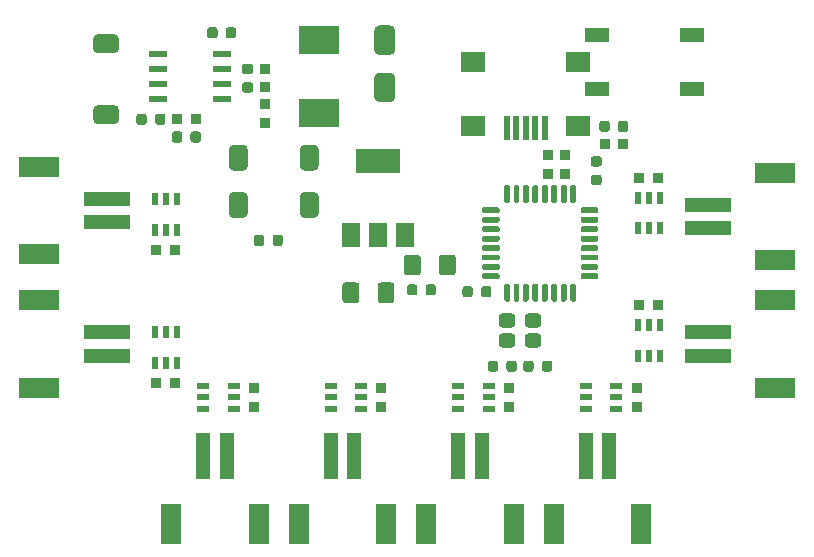
<source format=gbr>
G04 #@! TF.GenerationSoftware,KiCad,Pcbnew,5.1.6-c6e7f7d~87~ubuntu20.04.1*
G04 #@! TF.CreationDate,2020-09-01T15:12:56+02:00*
G04 #@! TF.ProjectId,UVDAR_Board,55564441-525f-4426-9f61-72642e6b6963,rev?*
G04 #@! TF.SameCoordinates,Original*
G04 #@! TF.FileFunction,Paste,Top*
G04 #@! TF.FilePolarity,Positive*
%FSLAX46Y46*%
G04 Gerber Fmt 4.6, Leading zero omitted, Abs format (unit mm)*
G04 Created by KiCad (PCBNEW 5.1.6-c6e7f7d~87~ubuntu20.04.1) date 2020-09-01 15:12:56*
%MOMM*%
%LPD*%
G01*
G04 APERTURE LIST*
%ADD10R,3.400000X2.400000*%
%ADD11R,0.950000X0.875000*%
%ADD12R,0.875000X0.950000*%
%ADD13R,1.550000X0.600000*%
%ADD14R,2.100000X1.200000*%
%ADD15R,2.000000X1.700000*%
%ADD16R,0.500000X2.000000*%
%ADD17R,4.000000X1.200000*%
%ADD18R,3.400000X1.800000*%
%ADD19R,1.200000X4.000000*%
%ADD20R,1.800000X3.400000*%
%ADD21R,0.550000X1.000000*%
%ADD22R,1.000000X0.550000*%
%ADD23R,1.500000X2.000000*%
%ADD24R,3.800000X2.000000*%
G04 APERTURE END LIST*
D10*
X118000000Y-109900000D03*
X118000000Y-103700000D03*
G36*
G01*
X114975000Y-120393750D02*
X114975000Y-120906250D01*
G75*
G02*
X114756250Y-121125000I-218750J0D01*
G01*
X114318750Y-121125000D01*
G75*
G02*
X114100000Y-120906250I0J218750D01*
G01*
X114100000Y-120393750D01*
G75*
G02*
X114318750Y-120175000I218750J0D01*
G01*
X114756250Y-120175000D01*
G75*
G02*
X114975000Y-120393750I0J-218750D01*
G01*
G37*
G36*
G01*
X113400000Y-120393750D02*
X113400000Y-120906250D01*
G75*
G02*
X113181250Y-121125000I-218750J0D01*
G01*
X112743750Y-121125000D01*
G75*
G02*
X112525000Y-120906250I0J218750D01*
G01*
X112525000Y-120393750D01*
G75*
G02*
X112743750Y-120175000I218750J0D01*
G01*
X113181250Y-120175000D01*
G75*
G02*
X113400000Y-120393750I0J-218750D01*
G01*
G37*
G36*
G01*
X108565000Y-103336250D02*
X108565000Y-102823750D01*
G75*
G02*
X108783750Y-102605000I218750J0D01*
G01*
X109221250Y-102605000D01*
G75*
G02*
X109440000Y-102823750I0J-218750D01*
G01*
X109440000Y-103336250D01*
G75*
G02*
X109221250Y-103555000I-218750J0D01*
G01*
X108783750Y-103555000D01*
G75*
G02*
X108565000Y-103336250I0J218750D01*
G01*
G37*
G36*
G01*
X110140000Y-103336250D02*
X110140000Y-102823750D01*
G75*
G02*
X110358750Y-102605000I218750J0D01*
G01*
X110796250Y-102605000D01*
G75*
G02*
X111015000Y-102823750I0J-218750D01*
G01*
X111015000Y-103336250D01*
G75*
G02*
X110796250Y-103555000I-218750J0D01*
G01*
X110358750Y-103555000D01*
G75*
G02*
X110140000Y-103336250I0J218750D01*
G01*
G37*
G36*
G01*
X102575000Y-110656250D02*
X102575000Y-110143750D01*
G75*
G02*
X102793750Y-109925000I218750J0D01*
G01*
X103231250Y-109925000D01*
G75*
G02*
X103450000Y-110143750I0J-218750D01*
G01*
X103450000Y-110656250D01*
G75*
G02*
X103231250Y-110875000I-218750J0D01*
G01*
X102793750Y-110875000D01*
G75*
G02*
X102575000Y-110656250I0J218750D01*
G01*
G37*
G36*
G01*
X104150000Y-110656250D02*
X104150000Y-110143750D01*
G75*
G02*
X104368750Y-109925000I218750J0D01*
G01*
X104806250Y-109925000D01*
G75*
G02*
X105025000Y-110143750I0J-218750D01*
G01*
X105025000Y-110656250D01*
G75*
G02*
X104806250Y-110875000I-218750J0D01*
G01*
X104368750Y-110875000D01*
G75*
G02*
X104150000Y-110656250I0J218750D01*
G01*
G37*
G36*
G01*
X105575000Y-112156250D02*
X105575000Y-111643750D01*
G75*
G02*
X105793750Y-111425000I218750J0D01*
G01*
X106231250Y-111425000D01*
G75*
G02*
X106450000Y-111643750I0J-218750D01*
G01*
X106450000Y-112156250D01*
G75*
G02*
X106231250Y-112375000I-218750J0D01*
G01*
X105793750Y-112375000D01*
G75*
G02*
X105575000Y-112156250I0J218750D01*
G01*
G37*
G36*
G01*
X107150000Y-112156250D02*
X107150000Y-111643750D01*
G75*
G02*
X107368750Y-111425000I218750J0D01*
G01*
X107806250Y-111425000D01*
G75*
G02*
X108025000Y-111643750I0J-218750D01*
G01*
X108025000Y-112156250D01*
G75*
G02*
X107806250Y-112375000I-218750J0D01*
G01*
X107368750Y-112375000D01*
G75*
G02*
X107150000Y-112156250I0J218750D01*
G01*
G37*
G36*
G01*
X112246250Y-108145000D02*
X111733750Y-108145000D01*
G75*
G02*
X111515000Y-107926250I0J218750D01*
G01*
X111515000Y-107488750D01*
G75*
G02*
X111733750Y-107270000I218750J0D01*
G01*
X112246250Y-107270000D01*
G75*
G02*
X112465000Y-107488750I0J-218750D01*
G01*
X112465000Y-107926250D01*
G75*
G02*
X112246250Y-108145000I-218750J0D01*
G01*
G37*
G36*
G01*
X112246250Y-106570000D02*
X111733750Y-106570000D01*
G75*
G02*
X111515000Y-106351250I0J218750D01*
G01*
X111515000Y-105913750D01*
G75*
G02*
X111733750Y-105695000I218750J0D01*
G01*
X112246250Y-105695000D01*
G75*
G02*
X112465000Y-105913750I0J-218750D01*
G01*
X112465000Y-106351250D01*
G75*
G02*
X112246250Y-106570000I-218750J0D01*
G01*
G37*
D11*
X113500000Y-107687500D03*
X113500000Y-106112500D03*
X113500000Y-110687500D03*
X113500000Y-109112500D03*
D12*
X107587500Y-110400000D03*
X106012500Y-110400000D03*
G36*
G01*
X123150000Y-106450000D02*
X124050000Y-106450000D01*
G75*
G02*
X124500000Y-106900000I0J-450000D01*
G01*
X124500000Y-108500000D01*
G75*
G02*
X124050000Y-108950000I-450000J0D01*
G01*
X123150000Y-108950000D01*
G75*
G02*
X122700000Y-108500000I0J450000D01*
G01*
X122700000Y-106900000D01*
G75*
G02*
X123150000Y-106450000I450000J0D01*
G01*
G37*
G36*
G01*
X123150000Y-102450000D02*
X124050000Y-102450000D01*
G75*
G02*
X124500000Y-102900000I0J-450000D01*
G01*
X124500000Y-104500000D01*
G75*
G02*
X124050000Y-104950000I-450000J0D01*
G01*
X123150000Y-104950000D01*
G75*
G02*
X122700000Y-104500000I0J450000D01*
G01*
X122700000Y-102900000D01*
G75*
G02*
X123150000Y-102450000I450000J0D01*
G01*
G37*
G36*
G01*
X112000000Y-116950000D02*
X112000000Y-118350000D01*
G75*
G02*
X111600000Y-118750000I-400000J0D01*
G01*
X110800000Y-118750000D01*
G75*
G02*
X110400000Y-118350000I0J400000D01*
G01*
X110400000Y-116950000D01*
G75*
G02*
X110800000Y-116550000I400000J0D01*
G01*
X111600000Y-116550000D01*
G75*
G02*
X112000000Y-116950000I0J-400000D01*
G01*
G37*
G36*
G01*
X118000000Y-116950000D02*
X118000000Y-118350000D01*
G75*
G02*
X117600000Y-118750000I-400000J0D01*
G01*
X116800000Y-118750000D01*
G75*
G02*
X116400000Y-118350000I0J400000D01*
G01*
X116400000Y-116950000D01*
G75*
G02*
X116800000Y-116550000I400000J0D01*
G01*
X117600000Y-116550000D01*
G75*
G02*
X118000000Y-116950000I0J-400000D01*
G01*
G37*
G36*
G01*
X99300000Y-109200000D02*
X100700000Y-109200000D01*
G75*
G02*
X101100000Y-109600000I0J-400000D01*
G01*
X101100000Y-110400000D01*
G75*
G02*
X100700000Y-110800000I-400000J0D01*
G01*
X99300000Y-110800000D01*
G75*
G02*
X98900000Y-110400000I0J400000D01*
G01*
X98900000Y-109600000D01*
G75*
G02*
X99300000Y-109200000I400000J0D01*
G01*
G37*
G36*
G01*
X99300000Y-103200000D02*
X100700000Y-103200000D01*
G75*
G02*
X101100000Y-103600000I0J-400000D01*
G01*
X101100000Y-104400000D01*
G75*
G02*
X100700000Y-104800000I-400000J0D01*
G01*
X99300000Y-104800000D01*
G75*
G02*
X98900000Y-104400000I0J400000D01*
G01*
X98900000Y-103600000D01*
G75*
G02*
X99300000Y-103200000I400000J0D01*
G01*
G37*
G36*
G01*
X112000000Y-112950000D02*
X112000000Y-114350000D01*
G75*
G02*
X111600000Y-114750000I-400000J0D01*
G01*
X110800000Y-114750000D01*
G75*
G02*
X110400000Y-114350000I0J400000D01*
G01*
X110400000Y-112950000D01*
G75*
G02*
X110800000Y-112550000I400000J0D01*
G01*
X111600000Y-112550000D01*
G75*
G02*
X112000000Y-112950000I0J-400000D01*
G01*
G37*
G36*
G01*
X118000000Y-112950000D02*
X118000000Y-114350000D01*
G75*
G02*
X117600000Y-114750000I-400000J0D01*
G01*
X116800000Y-114750000D01*
G75*
G02*
X116400000Y-114350000I0J400000D01*
G01*
X116400000Y-112950000D01*
G75*
G02*
X116800000Y-112550000I400000J0D01*
G01*
X117600000Y-112550000D01*
G75*
G02*
X118000000Y-112950000I0J-400000D01*
G01*
G37*
D13*
X109780000Y-104865000D03*
X109780000Y-106135000D03*
X109780000Y-107405000D03*
X109780000Y-108675000D03*
X104380000Y-108675000D03*
X104380000Y-107405000D03*
X104380000Y-106135000D03*
X104380000Y-104865000D03*
D11*
X138900000Y-114987500D03*
X138900000Y-113412500D03*
X137400000Y-113412500D03*
X137400000Y-114987500D03*
D12*
X142212500Y-112500000D03*
X143787500Y-112500000D03*
D14*
X141600000Y-103300000D03*
X141600000Y-107800000D03*
X149600000Y-103300000D03*
X149600000Y-107800000D03*
G36*
G01*
X143350000Y-111256250D02*
X143350000Y-110743750D01*
G75*
G02*
X143568750Y-110525000I218750J0D01*
G01*
X144006250Y-110525000D01*
G75*
G02*
X144225000Y-110743750I0J-218750D01*
G01*
X144225000Y-111256250D01*
G75*
G02*
X144006250Y-111475000I-218750J0D01*
G01*
X143568750Y-111475000D01*
G75*
G02*
X143350000Y-111256250I0J218750D01*
G01*
G37*
G36*
G01*
X141775000Y-111256250D02*
X141775000Y-110743750D01*
G75*
G02*
X141993750Y-110525000I218750J0D01*
G01*
X142431250Y-110525000D01*
G75*
G02*
X142650000Y-110743750I0J-218750D01*
G01*
X142650000Y-111256250D01*
G75*
G02*
X142431250Y-111475000I-218750J0D01*
G01*
X141993750Y-111475000D01*
G75*
G02*
X141775000Y-111256250I0J218750D01*
G01*
G37*
G36*
G01*
X125485000Y-125096250D02*
X125485000Y-124583750D01*
G75*
G02*
X125703750Y-124365000I218750J0D01*
G01*
X126141250Y-124365000D01*
G75*
G02*
X126360000Y-124583750I0J-218750D01*
G01*
X126360000Y-125096250D01*
G75*
G02*
X126141250Y-125315000I-218750J0D01*
G01*
X125703750Y-125315000D01*
G75*
G02*
X125485000Y-125096250I0J218750D01*
G01*
G37*
G36*
G01*
X127060000Y-125096250D02*
X127060000Y-124583750D01*
G75*
G02*
X127278750Y-124365000I218750J0D01*
G01*
X127716250Y-124365000D01*
G75*
G02*
X127935000Y-124583750I0J-218750D01*
G01*
X127935000Y-125096250D01*
G75*
G02*
X127716250Y-125315000I-218750J0D01*
G01*
X127278750Y-125315000D01*
G75*
G02*
X127060000Y-125096250I0J218750D01*
G01*
G37*
G36*
G01*
X137775000Y-131043750D02*
X137775000Y-131556250D01*
G75*
G02*
X137556250Y-131775000I-218750J0D01*
G01*
X137118750Y-131775000D01*
G75*
G02*
X136900000Y-131556250I0J218750D01*
G01*
X136900000Y-131043750D01*
G75*
G02*
X137118750Y-130825000I218750J0D01*
G01*
X137556250Y-130825000D01*
G75*
G02*
X137775000Y-131043750I0J-218750D01*
G01*
G37*
G36*
G01*
X136200000Y-131043750D02*
X136200000Y-131556250D01*
G75*
G02*
X135981250Y-131775000I-218750J0D01*
G01*
X135543750Y-131775000D01*
G75*
G02*
X135325000Y-131556250I0J218750D01*
G01*
X135325000Y-131043750D01*
G75*
G02*
X135543750Y-130825000I218750J0D01*
G01*
X135981250Y-130825000D01*
G75*
G02*
X136200000Y-131043750I0J-218750D01*
G01*
G37*
G36*
G01*
X134775000Y-131043750D02*
X134775000Y-131556250D01*
G75*
G02*
X134556250Y-131775000I-218750J0D01*
G01*
X134118750Y-131775000D01*
G75*
G02*
X133900000Y-131556250I0J218750D01*
G01*
X133900000Y-131043750D01*
G75*
G02*
X134118750Y-130825000I218750J0D01*
G01*
X134556250Y-130825000D01*
G75*
G02*
X134775000Y-131043750I0J-218750D01*
G01*
G37*
G36*
G01*
X133200000Y-131043750D02*
X133200000Y-131556250D01*
G75*
G02*
X132981250Y-131775000I-218750J0D01*
G01*
X132543750Y-131775000D01*
G75*
G02*
X132325000Y-131556250I0J218750D01*
G01*
X132325000Y-131043750D01*
G75*
G02*
X132543750Y-130825000I218750J0D01*
G01*
X132981250Y-130825000D01*
G75*
G02*
X133200000Y-131043750I0J-218750D01*
G01*
G37*
G36*
G01*
X132625000Y-124743750D02*
X132625000Y-125256250D01*
G75*
G02*
X132406250Y-125475000I-218750J0D01*
G01*
X131968750Y-125475000D01*
G75*
G02*
X131750000Y-125256250I0J218750D01*
G01*
X131750000Y-124743750D01*
G75*
G02*
X131968750Y-124525000I218750J0D01*
G01*
X132406250Y-124525000D01*
G75*
G02*
X132625000Y-124743750I0J-218750D01*
G01*
G37*
G36*
G01*
X131050000Y-124743750D02*
X131050000Y-125256250D01*
G75*
G02*
X130831250Y-125475000I-218750J0D01*
G01*
X130393750Y-125475000D01*
G75*
G02*
X130175000Y-125256250I0J218750D01*
G01*
X130175000Y-124743750D01*
G75*
G02*
X130393750Y-124525000I218750J0D01*
G01*
X130831250Y-124525000D01*
G75*
G02*
X131050000Y-124743750I0J-218750D01*
G01*
G37*
G36*
G01*
X141243750Y-113525000D02*
X141756250Y-113525000D01*
G75*
G02*
X141975000Y-113743750I0J-218750D01*
G01*
X141975000Y-114181250D01*
G75*
G02*
X141756250Y-114400000I-218750J0D01*
G01*
X141243750Y-114400000D01*
G75*
G02*
X141025000Y-114181250I0J218750D01*
G01*
X141025000Y-113743750D01*
G75*
G02*
X141243750Y-113525000I218750J0D01*
G01*
G37*
G36*
G01*
X141243750Y-115100000D02*
X141756250Y-115100000D01*
G75*
G02*
X141975000Y-115318750I0J-218750D01*
G01*
X141975000Y-115756250D01*
G75*
G02*
X141756250Y-115975000I-218750J0D01*
G01*
X141243750Y-115975000D01*
G75*
G02*
X141025000Y-115756250I0J218750D01*
G01*
X141025000Y-115318750D01*
G75*
G02*
X141243750Y-115100000I218750J0D01*
G01*
G37*
D12*
X105842500Y-121430000D03*
X104267500Y-121430000D03*
X105842500Y-132730000D03*
X104267500Y-132730000D03*
D11*
X112520000Y-133152500D03*
X112520000Y-134727500D03*
X123320000Y-133152500D03*
X123320000Y-134727500D03*
D12*
X145161730Y-115328370D03*
X146736730Y-115328370D03*
X145161730Y-126128370D03*
X146736730Y-126128370D03*
D11*
X144916184Y-133154740D03*
X144916184Y-134729740D03*
X134116184Y-133154740D03*
X134116184Y-134729740D03*
D15*
X131100000Y-105550000D03*
X131100000Y-111000000D03*
X140000000Y-105550000D03*
X140000000Y-111000000D03*
D16*
X133950000Y-111100000D03*
X134750000Y-111100000D03*
X135550000Y-111100000D03*
X136350000Y-111100000D03*
X137150000Y-111100000D03*
G36*
G01*
X133200000Y-123950000D02*
X131950000Y-123950000D01*
G75*
G02*
X131825000Y-123825000I0J125000D01*
G01*
X131825000Y-123575000D01*
G75*
G02*
X131950000Y-123450000I125000J0D01*
G01*
X133200000Y-123450000D01*
G75*
G02*
X133325000Y-123575000I0J-125000D01*
G01*
X133325000Y-123825000D01*
G75*
G02*
X133200000Y-123950000I-125000J0D01*
G01*
G37*
G36*
G01*
X133200000Y-123150000D02*
X131950000Y-123150000D01*
G75*
G02*
X131825000Y-123025000I0J125000D01*
G01*
X131825000Y-122775000D01*
G75*
G02*
X131950000Y-122650000I125000J0D01*
G01*
X133200000Y-122650000D01*
G75*
G02*
X133325000Y-122775000I0J-125000D01*
G01*
X133325000Y-123025000D01*
G75*
G02*
X133200000Y-123150000I-125000J0D01*
G01*
G37*
G36*
G01*
X133200000Y-122350000D02*
X131950000Y-122350000D01*
G75*
G02*
X131825000Y-122225000I0J125000D01*
G01*
X131825000Y-121975000D01*
G75*
G02*
X131950000Y-121850000I125000J0D01*
G01*
X133200000Y-121850000D01*
G75*
G02*
X133325000Y-121975000I0J-125000D01*
G01*
X133325000Y-122225000D01*
G75*
G02*
X133200000Y-122350000I-125000J0D01*
G01*
G37*
G36*
G01*
X133200000Y-121550000D02*
X131950000Y-121550000D01*
G75*
G02*
X131825000Y-121425000I0J125000D01*
G01*
X131825000Y-121175000D01*
G75*
G02*
X131950000Y-121050000I125000J0D01*
G01*
X133200000Y-121050000D01*
G75*
G02*
X133325000Y-121175000I0J-125000D01*
G01*
X133325000Y-121425000D01*
G75*
G02*
X133200000Y-121550000I-125000J0D01*
G01*
G37*
G36*
G01*
X133200000Y-120750000D02*
X131950000Y-120750000D01*
G75*
G02*
X131825000Y-120625000I0J125000D01*
G01*
X131825000Y-120375000D01*
G75*
G02*
X131950000Y-120250000I125000J0D01*
G01*
X133200000Y-120250000D01*
G75*
G02*
X133325000Y-120375000I0J-125000D01*
G01*
X133325000Y-120625000D01*
G75*
G02*
X133200000Y-120750000I-125000J0D01*
G01*
G37*
G36*
G01*
X133200000Y-119950000D02*
X131950000Y-119950000D01*
G75*
G02*
X131825000Y-119825000I0J125000D01*
G01*
X131825000Y-119575000D01*
G75*
G02*
X131950000Y-119450000I125000J0D01*
G01*
X133200000Y-119450000D01*
G75*
G02*
X133325000Y-119575000I0J-125000D01*
G01*
X133325000Y-119825000D01*
G75*
G02*
X133200000Y-119950000I-125000J0D01*
G01*
G37*
G36*
G01*
X133200000Y-119150000D02*
X131950000Y-119150000D01*
G75*
G02*
X131825000Y-119025000I0J125000D01*
G01*
X131825000Y-118775000D01*
G75*
G02*
X131950000Y-118650000I125000J0D01*
G01*
X133200000Y-118650000D01*
G75*
G02*
X133325000Y-118775000I0J-125000D01*
G01*
X133325000Y-119025000D01*
G75*
G02*
X133200000Y-119150000I-125000J0D01*
G01*
G37*
G36*
G01*
X133200000Y-118350000D02*
X131950000Y-118350000D01*
G75*
G02*
X131825000Y-118225000I0J125000D01*
G01*
X131825000Y-117975000D01*
G75*
G02*
X131950000Y-117850000I125000J0D01*
G01*
X133200000Y-117850000D01*
G75*
G02*
X133325000Y-117975000I0J-125000D01*
G01*
X133325000Y-118225000D01*
G75*
G02*
X133200000Y-118350000I-125000J0D01*
G01*
G37*
G36*
G01*
X134075000Y-117475000D02*
X133825000Y-117475000D01*
G75*
G02*
X133700000Y-117350000I0J125000D01*
G01*
X133700000Y-116100000D01*
G75*
G02*
X133825000Y-115975000I125000J0D01*
G01*
X134075000Y-115975000D01*
G75*
G02*
X134200000Y-116100000I0J-125000D01*
G01*
X134200000Y-117350000D01*
G75*
G02*
X134075000Y-117475000I-125000J0D01*
G01*
G37*
G36*
G01*
X134875000Y-117475000D02*
X134625000Y-117475000D01*
G75*
G02*
X134500000Y-117350000I0J125000D01*
G01*
X134500000Y-116100000D01*
G75*
G02*
X134625000Y-115975000I125000J0D01*
G01*
X134875000Y-115975000D01*
G75*
G02*
X135000000Y-116100000I0J-125000D01*
G01*
X135000000Y-117350000D01*
G75*
G02*
X134875000Y-117475000I-125000J0D01*
G01*
G37*
G36*
G01*
X135675000Y-117475000D02*
X135425000Y-117475000D01*
G75*
G02*
X135300000Y-117350000I0J125000D01*
G01*
X135300000Y-116100000D01*
G75*
G02*
X135425000Y-115975000I125000J0D01*
G01*
X135675000Y-115975000D01*
G75*
G02*
X135800000Y-116100000I0J-125000D01*
G01*
X135800000Y-117350000D01*
G75*
G02*
X135675000Y-117475000I-125000J0D01*
G01*
G37*
G36*
G01*
X136475000Y-117475000D02*
X136225000Y-117475000D01*
G75*
G02*
X136100000Y-117350000I0J125000D01*
G01*
X136100000Y-116100000D01*
G75*
G02*
X136225000Y-115975000I125000J0D01*
G01*
X136475000Y-115975000D01*
G75*
G02*
X136600000Y-116100000I0J-125000D01*
G01*
X136600000Y-117350000D01*
G75*
G02*
X136475000Y-117475000I-125000J0D01*
G01*
G37*
G36*
G01*
X137275000Y-117475000D02*
X137025000Y-117475000D01*
G75*
G02*
X136900000Y-117350000I0J125000D01*
G01*
X136900000Y-116100000D01*
G75*
G02*
X137025000Y-115975000I125000J0D01*
G01*
X137275000Y-115975000D01*
G75*
G02*
X137400000Y-116100000I0J-125000D01*
G01*
X137400000Y-117350000D01*
G75*
G02*
X137275000Y-117475000I-125000J0D01*
G01*
G37*
G36*
G01*
X138075000Y-117475000D02*
X137825000Y-117475000D01*
G75*
G02*
X137700000Y-117350000I0J125000D01*
G01*
X137700000Y-116100000D01*
G75*
G02*
X137825000Y-115975000I125000J0D01*
G01*
X138075000Y-115975000D01*
G75*
G02*
X138200000Y-116100000I0J-125000D01*
G01*
X138200000Y-117350000D01*
G75*
G02*
X138075000Y-117475000I-125000J0D01*
G01*
G37*
G36*
G01*
X138875000Y-117475000D02*
X138625000Y-117475000D01*
G75*
G02*
X138500000Y-117350000I0J125000D01*
G01*
X138500000Y-116100000D01*
G75*
G02*
X138625000Y-115975000I125000J0D01*
G01*
X138875000Y-115975000D01*
G75*
G02*
X139000000Y-116100000I0J-125000D01*
G01*
X139000000Y-117350000D01*
G75*
G02*
X138875000Y-117475000I-125000J0D01*
G01*
G37*
G36*
G01*
X139675000Y-117475000D02*
X139425000Y-117475000D01*
G75*
G02*
X139300000Y-117350000I0J125000D01*
G01*
X139300000Y-116100000D01*
G75*
G02*
X139425000Y-115975000I125000J0D01*
G01*
X139675000Y-115975000D01*
G75*
G02*
X139800000Y-116100000I0J-125000D01*
G01*
X139800000Y-117350000D01*
G75*
G02*
X139675000Y-117475000I-125000J0D01*
G01*
G37*
G36*
G01*
X141550000Y-118350000D02*
X140300000Y-118350000D01*
G75*
G02*
X140175000Y-118225000I0J125000D01*
G01*
X140175000Y-117975000D01*
G75*
G02*
X140300000Y-117850000I125000J0D01*
G01*
X141550000Y-117850000D01*
G75*
G02*
X141675000Y-117975000I0J-125000D01*
G01*
X141675000Y-118225000D01*
G75*
G02*
X141550000Y-118350000I-125000J0D01*
G01*
G37*
G36*
G01*
X141550000Y-119150000D02*
X140300000Y-119150000D01*
G75*
G02*
X140175000Y-119025000I0J125000D01*
G01*
X140175000Y-118775000D01*
G75*
G02*
X140300000Y-118650000I125000J0D01*
G01*
X141550000Y-118650000D01*
G75*
G02*
X141675000Y-118775000I0J-125000D01*
G01*
X141675000Y-119025000D01*
G75*
G02*
X141550000Y-119150000I-125000J0D01*
G01*
G37*
G36*
G01*
X141550000Y-119950000D02*
X140300000Y-119950000D01*
G75*
G02*
X140175000Y-119825000I0J125000D01*
G01*
X140175000Y-119575000D01*
G75*
G02*
X140300000Y-119450000I125000J0D01*
G01*
X141550000Y-119450000D01*
G75*
G02*
X141675000Y-119575000I0J-125000D01*
G01*
X141675000Y-119825000D01*
G75*
G02*
X141550000Y-119950000I-125000J0D01*
G01*
G37*
G36*
G01*
X141550000Y-120750000D02*
X140300000Y-120750000D01*
G75*
G02*
X140175000Y-120625000I0J125000D01*
G01*
X140175000Y-120375000D01*
G75*
G02*
X140300000Y-120250000I125000J0D01*
G01*
X141550000Y-120250000D01*
G75*
G02*
X141675000Y-120375000I0J-125000D01*
G01*
X141675000Y-120625000D01*
G75*
G02*
X141550000Y-120750000I-125000J0D01*
G01*
G37*
G36*
G01*
X141550000Y-121550000D02*
X140300000Y-121550000D01*
G75*
G02*
X140175000Y-121425000I0J125000D01*
G01*
X140175000Y-121175000D01*
G75*
G02*
X140300000Y-121050000I125000J0D01*
G01*
X141550000Y-121050000D01*
G75*
G02*
X141675000Y-121175000I0J-125000D01*
G01*
X141675000Y-121425000D01*
G75*
G02*
X141550000Y-121550000I-125000J0D01*
G01*
G37*
G36*
G01*
X141550000Y-122350000D02*
X140300000Y-122350000D01*
G75*
G02*
X140175000Y-122225000I0J125000D01*
G01*
X140175000Y-121975000D01*
G75*
G02*
X140300000Y-121850000I125000J0D01*
G01*
X141550000Y-121850000D01*
G75*
G02*
X141675000Y-121975000I0J-125000D01*
G01*
X141675000Y-122225000D01*
G75*
G02*
X141550000Y-122350000I-125000J0D01*
G01*
G37*
G36*
G01*
X141550000Y-123150000D02*
X140300000Y-123150000D01*
G75*
G02*
X140175000Y-123025000I0J125000D01*
G01*
X140175000Y-122775000D01*
G75*
G02*
X140300000Y-122650000I125000J0D01*
G01*
X141550000Y-122650000D01*
G75*
G02*
X141675000Y-122775000I0J-125000D01*
G01*
X141675000Y-123025000D01*
G75*
G02*
X141550000Y-123150000I-125000J0D01*
G01*
G37*
G36*
G01*
X141550000Y-123950000D02*
X140300000Y-123950000D01*
G75*
G02*
X140175000Y-123825000I0J125000D01*
G01*
X140175000Y-123575000D01*
G75*
G02*
X140300000Y-123450000I125000J0D01*
G01*
X141550000Y-123450000D01*
G75*
G02*
X141675000Y-123575000I0J-125000D01*
G01*
X141675000Y-123825000D01*
G75*
G02*
X141550000Y-123950000I-125000J0D01*
G01*
G37*
G36*
G01*
X139675000Y-125825000D02*
X139425000Y-125825000D01*
G75*
G02*
X139300000Y-125700000I0J125000D01*
G01*
X139300000Y-124450000D01*
G75*
G02*
X139425000Y-124325000I125000J0D01*
G01*
X139675000Y-124325000D01*
G75*
G02*
X139800000Y-124450000I0J-125000D01*
G01*
X139800000Y-125700000D01*
G75*
G02*
X139675000Y-125825000I-125000J0D01*
G01*
G37*
G36*
G01*
X138875000Y-125825000D02*
X138625000Y-125825000D01*
G75*
G02*
X138500000Y-125700000I0J125000D01*
G01*
X138500000Y-124450000D01*
G75*
G02*
X138625000Y-124325000I125000J0D01*
G01*
X138875000Y-124325000D01*
G75*
G02*
X139000000Y-124450000I0J-125000D01*
G01*
X139000000Y-125700000D01*
G75*
G02*
X138875000Y-125825000I-125000J0D01*
G01*
G37*
G36*
G01*
X138075000Y-125825000D02*
X137825000Y-125825000D01*
G75*
G02*
X137700000Y-125700000I0J125000D01*
G01*
X137700000Y-124450000D01*
G75*
G02*
X137825000Y-124325000I125000J0D01*
G01*
X138075000Y-124325000D01*
G75*
G02*
X138200000Y-124450000I0J-125000D01*
G01*
X138200000Y-125700000D01*
G75*
G02*
X138075000Y-125825000I-125000J0D01*
G01*
G37*
G36*
G01*
X137275000Y-125825000D02*
X137025000Y-125825000D01*
G75*
G02*
X136900000Y-125700000I0J125000D01*
G01*
X136900000Y-124450000D01*
G75*
G02*
X137025000Y-124325000I125000J0D01*
G01*
X137275000Y-124325000D01*
G75*
G02*
X137400000Y-124450000I0J-125000D01*
G01*
X137400000Y-125700000D01*
G75*
G02*
X137275000Y-125825000I-125000J0D01*
G01*
G37*
G36*
G01*
X136475000Y-125825000D02*
X136225000Y-125825000D01*
G75*
G02*
X136100000Y-125700000I0J125000D01*
G01*
X136100000Y-124450000D01*
G75*
G02*
X136225000Y-124325000I125000J0D01*
G01*
X136475000Y-124325000D01*
G75*
G02*
X136600000Y-124450000I0J-125000D01*
G01*
X136600000Y-125700000D01*
G75*
G02*
X136475000Y-125825000I-125000J0D01*
G01*
G37*
G36*
G01*
X135675000Y-125825000D02*
X135425000Y-125825000D01*
G75*
G02*
X135300000Y-125700000I0J125000D01*
G01*
X135300000Y-124450000D01*
G75*
G02*
X135425000Y-124325000I125000J0D01*
G01*
X135675000Y-124325000D01*
G75*
G02*
X135800000Y-124450000I0J-125000D01*
G01*
X135800000Y-125700000D01*
G75*
G02*
X135675000Y-125825000I-125000J0D01*
G01*
G37*
G36*
G01*
X134875000Y-125825000D02*
X134625000Y-125825000D01*
G75*
G02*
X134500000Y-125700000I0J125000D01*
G01*
X134500000Y-124450000D01*
G75*
G02*
X134625000Y-124325000I125000J0D01*
G01*
X134875000Y-124325000D01*
G75*
G02*
X135000000Y-124450000I0J-125000D01*
G01*
X135000000Y-125700000D01*
G75*
G02*
X134875000Y-125825000I-125000J0D01*
G01*
G37*
G36*
G01*
X134075000Y-125825000D02*
X133825000Y-125825000D01*
G75*
G02*
X133700000Y-125700000I0J125000D01*
G01*
X133700000Y-124450000D01*
G75*
G02*
X133825000Y-124325000I125000J0D01*
G01*
X134075000Y-124325000D01*
G75*
G02*
X134200000Y-124450000I0J-125000D01*
G01*
X134200000Y-125700000D01*
G75*
G02*
X134075000Y-125825000I-125000J0D01*
G01*
G37*
D17*
X150939230Y-119628370D03*
X150939230Y-117628370D03*
D18*
X156639230Y-122328370D03*
X156639230Y-114928370D03*
D17*
X150939230Y-130428370D03*
X150939230Y-128428370D03*
D18*
X156639230Y-133128370D03*
X156639230Y-125728370D03*
D19*
X140616184Y-138932240D03*
X142616184Y-138932240D03*
D20*
X137916184Y-144632240D03*
X145316184Y-144632240D03*
D19*
X129816184Y-138932240D03*
X131816184Y-138932240D03*
D20*
X127116184Y-144632240D03*
X134516184Y-144632240D03*
D19*
X119020000Y-138930000D03*
X121020000Y-138930000D03*
D20*
X116320000Y-144630000D03*
X123720000Y-144630000D03*
D19*
X108220000Y-138930000D03*
X110220000Y-138930000D03*
D20*
X105520000Y-144630000D03*
X112920000Y-144630000D03*
D17*
X100065000Y-128430000D03*
X100065000Y-130430000D03*
D18*
X94365000Y-125730000D03*
X94365000Y-133130000D03*
D21*
X144999230Y-117028370D03*
X145949230Y-117028370D03*
X146899230Y-117028370D03*
X146899230Y-119628370D03*
X145949230Y-119628370D03*
X144999230Y-119628370D03*
X144999230Y-127828370D03*
X145949230Y-127828370D03*
X146899230Y-127828370D03*
X146899230Y-130428370D03*
X145949230Y-130428370D03*
X144999230Y-130428370D03*
D22*
X143216184Y-132992240D03*
X143216184Y-133942240D03*
X143216184Y-134892240D03*
X140616184Y-134892240D03*
X140616184Y-133942240D03*
X140616184Y-132992240D03*
X132416184Y-132992240D03*
X132416184Y-133942240D03*
X132416184Y-134892240D03*
X129816184Y-134892240D03*
X129816184Y-133942240D03*
X129816184Y-132992240D03*
X121620000Y-132990000D03*
X121620000Y-133940000D03*
X121620000Y-134890000D03*
X119020000Y-134890000D03*
X119020000Y-133940000D03*
X119020000Y-132990000D03*
X110820000Y-132990000D03*
X110820000Y-133940000D03*
X110820000Y-134890000D03*
X108220000Y-134890000D03*
X108220000Y-133940000D03*
X108220000Y-132990000D03*
D21*
X106005000Y-131030000D03*
X105055000Y-131030000D03*
X104105000Y-131030000D03*
X104105000Y-128430000D03*
X105055000Y-128430000D03*
X106005000Y-128430000D03*
D17*
X100065000Y-117130000D03*
X100065000Y-119130000D03*
D18*
X94365000Y-114430000D03*
X94365000Y-121830000D03*
G36*
G01*
X120020000Y-125715000D02*
X120020000Y-124465000D01*
G75*
G02*
X120270000Y-124215000I250000J0D01*
G01*
X121195000Y-124215000D01*
G75*
G02*
X121445000Y-124465000I0J-250000D01*
G01*
X121445000Y-125715000D01*
G75*
G02*
X121195000Y-125965000I-250000J0D01*
G01*
X120270000Y-125965000D01*
G75*
G02*
X120020000Y-125715000I0J250000D01*
G01*
G37*
G36*
G01*
X122995000Y-125715000D02*
X122995000Y-124465000D01*
G75*
G02*
X123245000Y-124215000I250000J0D01*
G01*
X124170000Y-124215000D01*
G75*
G02*
X124420000Y-124465000I0J-250000D01*
G01*
X124420000Y-125715000D01*
G75*
G02*
X124170000Y-125965000I-250000J0D01*
G01*
X123245000Y-125965000D01*
G75*
G02*
X122995000Y-125715000I0J250000D01*
G01*
G37*
G36*
G01*
X125210000Y-123365000D02*
X125210000Y-122115000D01*
G75*
G02*
X125460000Y-121865000I250000J0D01*
G01*
X126385000Y-121865000D01*
G75*
G02*
X126635000Y-122115000I0J-250000D01*
G01*
X126635000Y-123365000D01*
G75*
G02*
X126385000Y-123615000I-250000J0D01*
G01*
X125460000Y-123615000D01*
G75*
G02*
X125210000Y-123365000I0J250000D01*
G01*
G37*
G36*
G01*
X128185000Y-123365000D02*
X128185000Y-122115000D01*
G75*
G02*
X128435000Y-121865000I250000J0D01*
G01*
X129360000Y-121865000D01*
G75*
G02*
X129610000Y-122115000I0J-250000D01*
G01*
X129610000Y-123365000D01*
G75*
G02*
X129360000Y-123615000I-250000J0D01*
G01*
X128435000Y-123615000D01*
G75*
G02*
X128185000Y-123365000I0J250000D01*
G01*
G37*
D23*
X120740000Y-120190000D03*
X125340000Y-120190000D03*
X123040000Y-120190000D03*
D24*
X123040000Y-113890000D03*
D21*
X106005000Y-119730000D03*
X105055000Y-119730000D03*
X104105000Y-119730000D03*
X104105000Y-117130000D03*
X105055000Y-117130000D03*
X106005000Y-117130000D03*
G36*
G01*
X133250000Y-127730000D02*
X133250000Y-127130000D01*
G75*
G02*
X133550000Y-126830000I300000J0D01*
G01*
X134350000Y-126830000D01*
G75*
G02*
X134650000Y-127130000I0J-300000D01*
G01*
X134650000Y-127730000D01*
G75*
G02*
X134350000Y-128030000I-300000J0D01*
G01*
X133550000Y-128030000D01*
G75*
G02*
X133250000Y-127730000I0J300000D01*
G01*
G37*
G36*
G01*
X135450000Y-127730000D02*
X135450000Y-127130000D01*
G75*
G02*
X135750000Y-126830000I300000J0D01*
G01*
X136550000Y-126830000D01*
G75*
G02*
X136850000Y-127130000I0J-300000D01*
G01*
X136850000Y-127730000D01*
G75*
G02*
X136550000Y-128030000I-300000J0D01*
G01*
X135750000Y-128030000D01*
G75*
G02*
X135450000Y-127730000I0J300000D01*
G01*
G37*
G36*
G01*
X135450000Y-129430000D02*
X135450000Y-128830000D01*
G75*
G02*
X135750000Y-128530000I300000J0D01*
G01*
X136550000Y-128530000D01*
G75*
G02*
X136850000Y-128830000I0J-300000D01*
G01*
X136850000Y-129430000D01*
G75*
G02*
X136550000Y-129730000I-300000J0D01*
G01*
X135750000Y-129730000D01*
G75*
G02*
X135450000Y-129430000I0J300000D01*
G01*
G37*
G36*
G01*
X133250000Y-129430000D02*
X133250000Y-128830000D01*
G75*
G02*
X133550000Y-128530000I300000J0D01*
G01*
X134350000Y-128530000D01*
G75*
G02*
X134650000Y-128830000I0J-300000D01*
G01*
X134650000Y-129430000D01*
G75*
G02*
X134350000Y-129730000I-300000J0D01*
G01*
X133550000Y-129730000D01*
G75*
G02*
X133250000Y-129430000I0J300000D01*
G01*
G37*
M02*

</source>
